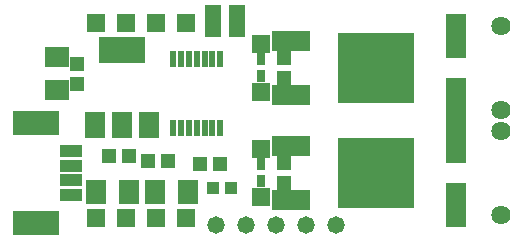
<source format=gbr>
G75*
%MOIN*%
%OFA0B0*%
%FSLAX25Y25*%
%IPPOS*%
%LPD*%
%AMOC8*
5,1,8,0,0,1.08239X$1,22.5*
%
%ADD10R,0.03000X0.03000*%
%ADD11R,0.03000X0.01000*%
%ADD12R,0.05131X0.04737*%
%ADD13R,0.05800X0.10800*%
%ADD14C,0.05800*%
%ADD15R,0.25209X0.23635*%
%ADD16R,0.12611X0.07099*%
%ADD17R,0.06400X0.06400*%
%ADD18R,0.02375X0.05524*%
%ADD19C,0.06400*%
%ADD20R,0.03950X0.03950*%
%ADD21R,0.04737X0.05131*%
%ADD22R,0.07099X0.07887*%
%ADD23R,0.07887X0.07099*%
%ADD24R,0.06700X0.08700*%
%ADD25R,0.15800X0.08700*%
%ADD26R,0.07099X0.14580*%
%ADD27R,0.02769X0.03556*%
%ADD28R,0.15800X0.08400*%
%ADD29R,0.07800X0.04400*%
D10*
X0097500Y0063500D03*
D11*
X0097500Y0055500D03*
X0097500Y0029500D03*
X0097500Y0020500D03*
D12*
X0046654Y0030500D03*
X0053346Y0030500D03*
X0077154Y0028000D03*
X0083846Y0028000D03*
X0105000Y0056654D03*
X0105000Y0063346D03*
X0105000Y0021654D03*
X0105000Y0028346D03*
D13*
X0081500Y0075500D03*
X0089500Y0075500D03*
D14*
X0122500Y0007500D03*
X0112500Y0007500D03*
X0092500Y0007500D03*
X0082500Y0007500D03*
X0102500Y0007500D03*
D15*
X0135768Y0060000D03*
X0135768Y0025000D03*
D16*
X0107500Y0069055D03*
X0107500Y0050945D03*
X0107500Y0034055D03*
X0107500Y0015945D03*
D17*
X0062500Y0075000D03*
X0072500Y0075000D03*
X0052500Y0075000D03*
X0042500Y0075000D03*
X0042500Y0010000D03*
X0052500Y0010000D03*
X0062500Y0010000D03*
X0072500Y0010000D03*
X0097500Y0052126D03*
X0097500Y0067874D03*
X0097500Y0017126D03*
X0097500Y0032874D03*
D18*
X0083874Y0063016D03*
X0081118Y0063016D03*
X0078559Y0063016D03*
X0076000Y0063016D03*
X0073441Y0063016D03*
X0070882Y0063016D03*
X0068126Y0063016D03*
X0068126Y0039984D03*
X0070882Y0039984D03*
X0073441Y0039984D03*
X0076000Y0039984D03*
X0078559Y0039984D03*
X0081118Y0039984D03*
X0083874Y0039984D03*
D19*
X0177500Y0046000D03*
X0177500Y0074000D03*
X0177500Y0011000D03*
X0177500Y0039000D03*
D20*
X0081547Y0020000D03*
X0087453Y0020000D03*
D21*
X0059654Y0029000D03*
X0066346Y0029000D03*
X0036000Y0054654D03*
X0036000Y0061346D03*
D22*
X0042488Y0018500D03*
X0053512Y0018500D03*
X0061988Y0018500D03*
X0073012Y0018500D03*
D23*
X0029500Y0052488D03*
X0029500Y0063512D03*
D24*
X0042100Y0041100D03*
X0051100Y0041100D03*
X0060100Y0041100D03*
D25*
X0051000Y0065900D03*
D26*
X0162500Y0049370D03*
X0162500Y0070630D03*
X0162500Y0035630D03*
X0162500Y0014370D03*
D27*
X0097500Y0062756D03*
X0097500Y0057638D03*
X0097500Y0027756D03*
X0097500Y0022638D03*
D28*
X0022445Y0008425D03*
X0022445Y0041654D03*
D29*
X0034177Y0032244D03*
X0034177Y0027402D03*
X0034177Y0022559D03*
X0034177Y0017638D03*
M02*

</source>
